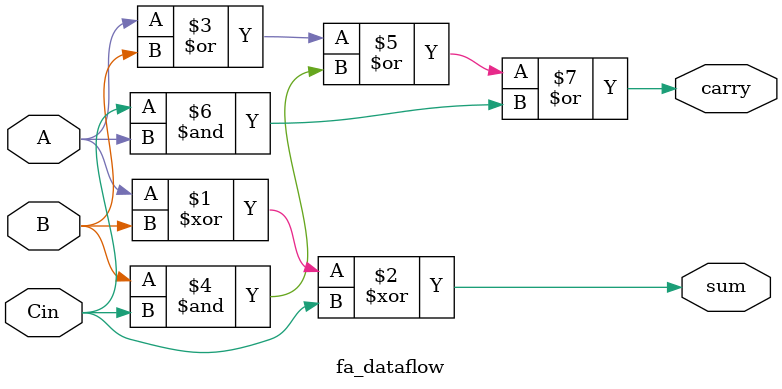
<source format=v>
module fa_dataflow(carry, sum, A,B,Cin);
input A,B,Cin;
output carry,sum;

assign sum = A^B^Cin;
assign carry = (A|B)|(B&Cin)|(Cin&A);

endmodule

</source>
